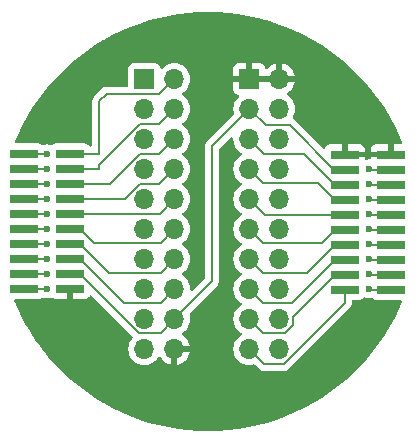
<source format=gbr>
%TF.GenerationSoftware,KiCad,Pcbnew,8.0.8*%
%TF.CreationDate,2025-01-18T10:05:32+01:00*%
%TF.ProjectId,RP2040-LCD-1_28,52503230-3430-42d4-9c43-442d312c3238,rev?*%
%TF.SameCoordinates,Original*%
%TF.FileFunction,Copper,L2,Bot*%
%TF.FilePolarity,Positive*%
%FSLAX46Y46*%
G04 Gerber Fmt 4.6, Leading zero omitted, Abs format (unit mm)*
G04 Created by KiCad (PCBNEW 8.0.8) date 2025-01-18 10:05:32*
%MOMM*%
%LPD*%
G01*
G04 APERTURE LIST*
%TA.AperFunction,ComponentPad*%
%ADD10O,1.700000X1.700000*%
%TD*%
%TA.AperFunction,ComponentPad*%
%ADD11R,1.700000X1.700000*%
%TD*%
%TA.AperFunction,SMDPad,CuDef*%
%ADD12R,2.400000X0.740000*%
%TD*%
%TA.AperFunction,ViaPad*%
%ADD13C,0.600000*%
%TD*%
%TA.AperFunction,Conductor*%
%ADD14C,0.200000*%
%TD*%
G04 APERTURE END LIST*
D10*
%TO.P,J4,20,Pin_20*%
%TO.N,GP24{slash}IMU_INT2*%
X159512800Y-102532200D03*
%TO.P,J4,19,Pin_19*%
%TO.N,GP16*%
X156972800Y-102532200D03*
%TO.P,J4,18,Pin_18*%
%TO.N,GP25{slash}LCD_BL*%
X159512800Y-99992200D03*
%TO.P,J4,17,Pin_17*%
%TO.N,GP17*%
X156972800Y-99992200D03*
%TO.P,J4,16,Pin_16*%
%TO.N,GP26*%
X159512800Y-97452200D03*
%TO.P,J4,15,Pin_15*%
%TO.N,GP18*%
X156972800Y-97452200D03*
%TO.P,J4,14,Pin_14*%
%TO.N,GP27*%
X159512800Y-94912200D03*
%TO.P,J4,13,Pin_13*%
%TO.N,GP19*%
X156972800Y-94912200D03*
%TO.P,J4,12,Pin_12*%
%TO.N,GP28*%
X159512800Y-92372200D03*
%TO.P,J4,11,Pin_11*%
%TO.N,GP20*%
X156972800Y-92372200D03*
%TO.P,J4,10,Pin_10*%
%TO.N,GP29{slash}BAT_ADC*%
X159512800Y-89832200D03*
%TO.P,J4,9,Pin_9*%
%TO.N,GP21*%
X156972800Y-89832200D03*
%TO.P,J4,8,Pin_8*%
%TO.N,RUN*%
X159512800Y-87292200D03*
%TO.P,J4,7,Pin_7*%
%TO.N,GP22*%
X156972800Y-87292200D03*
%TO.P,J4,6,Pin_6*%
%TO.N,BOOT*%
X159512800Y-84752200D03*
%TO.P,J4,5,Pin_5*%
%TO.N,GP23{slash}IMU_INT1*%
X156972800Y-84752200D03*
%TO.P,J4,4,Pin_4*%
%TO.N,ADC_AVDD*%
X159512800Y-82212200D03*
%TO.P,J4,3,Pin_3*%
%TO.N,VSYS*%
X156972800Y-82212200D03*
%TO.P,J4,2,Pin_2*%
%TO.N,GND*%
X159512800Y-79672200D03*
D11*
%TO.P,J4,1,Pin_1*%
X156972800Y-79672200D03*
%TD*%
%TO.P,J3,1,Pin_1*%
%TO.N,GP8{slash}LCD_DC*%
X148082800Y-79672200D03*
D10*
%TO.P,J3,2,Pin_2*%
%TO.N,GP0*%
X150622800Y-79672200D03*
%TO.P,J3,3,Pin_3*%
%TO.N,GP9{slash}LCD_CS*%
X148082800Y-82212200D03*
%TO.P,J3,4,Pin_4*%
%TO.N,GP1*%
X150622800Y-82212200D03*
%TO.P,J3,5,Pin_5*%
%TO.N,GP10{slash}LCD_CLK*%
X148082800Y-84752200D03*
%TO.P,J3,6,Pin_6*%
%TO.N,GP2*%
X150622800Y-84752200D03*
%TO.P,J3,7,Pin_7*%
%TO.N,GP11{slash}LCD DIN*%
X148082800Y-87292200D03*
%TO.P,J3,8,Pin_8*%
%TO.N,GP3*%
X150622800Y-87292200D03*
%TO.P,J3,9,Pin_9*%
%TO.N,GP12{slash}LCD_RST*%
X148082800Y-89832200D03*
%TO.P,J3,10,Pin_10*%
%TO.N,GP4*%
X150622800Y-89832200D03*
%TO.P,J3,11,Pin_11*%
%TO.N,GP13*%
X148082800Y-92372200D03*
%TO.P,J3,12,Pin_12*%
%TO.N,GP5*%
X150622800Y-92372200D03*
%TO.P,J3,13,Pin_13*%
%TO.N,GP14*%
X148082800Y-94912200D03*
%TO.P,J3,14,Pin_14*%
%TO.N,GP6{slash}IMU_SDA*%
X150622800Y-94912200D03*
%TO.P,J3,15,Pin_15*%
%TO.N,GP15*%
X148082800Y-97452200D03*
%TO.P,J3,16,Pin_16*%
%TO.N,GP7{slash}IMU_SCL*%
X150622800Y-97452200D03*
%TO.P,J3,17,Pin_17*%
%TO.N,SWCLK*%
X148082800Y-99992200D03*
%TO.P,J3,18,Pin_18*%
%TO.N,VSYS*%
X150622800Y-99992200D03*
%TO.P,J3,19,Pin_19*%
%TO.N,SWDIO*%
X148082800Y-102532200D03*
%TO.P,J3,20,Pin_20*%
%TO.N,GND*%
X150622800Y-102532200D03*
%TD*%
D12*
%TO.P,J2,1,Pin_1*%
%TO.N,GP24{slash}IMU_INT2*%
X168950000Y-97500000D03*
%TO.P,J2,2,Pin_2*%
%TO.N,GP16*%
X165050000Y-97500000D03*
%TO.P,J2,3,Pin_3*%
%TO.N,GP25{slash}LCD_BL*%
X168950000Y-96230000D03*
%TO.P,J2,4,Pin_4*%
%TO.N,GP17*%
X165050000Y-96230000D03*
%TO.P,J2,5,Pin_5*%
%TO.N,GP26*%
X168950000Y-94960000D03*
%TO.P,J2,6,Pin_6*%
%TO.N,GP18*%
X165050000Y-94960000D03*
%TO.P,J2,7,Pin_7*%
%TO.N,GP27*%
X168950000Y-93690000D03*
%TO.P,J2,8,Pin_8*%
%TO.N,GP19*%
X165050000Y-93690000D03*
%TO.P,J2,9,Pin_9*%
%TO.N,GP28*%
X168950000Y-92420000D03*
%TO.P,J2,10,Pin_10*%
%TO.N,GP20*%
X165050000Y-92420000D03*
%TO.P,J2,11,Pin_11*%
%TO.N,GP29{slash}BAT_ADC*%
X168950000Y-91150000D03*
%TO.P,J2,12,Pin_12*%
%TO.N,GP21*%
X165050000Y-91150000D03*
%TO.P,J2,13,Pin_13*%
%TO.N,RUN*%
X168950000Y-89880000D03*
%TO.P,J2,14,Pin_14*%
%TO.N,GP22*%
X165050000Y-89880000D03*
%TO.P,J2,15,Pin_15*%
%TO.N,BOOT*%
X168950000Y-88610000D03*
%TO.P,J2,16,Pin_16*%
%TO.N,GP23{slash}IMU_INT1*%
X165050000Y-88610000D03*
%TO.P,J2,17,Pin_17*%
%TO.N,ADC_AVDD*%
X168950000Y-87340000D03*
%TO.P,J2,18,Pin_18*%
%TO.N,VSYS*%
X165050000Y-87340000D03*
%TO.P,J2,19,Pin_19*%
%TO.N,GND*%
X168950000Y-86070000D03*
%TO.P,J2,20,Pin_20*%
X165050000Y-86070000D03*
%TD*%
%TO.P,J1,1,Pin_1*%
%TO.N,GP8{slash}LCD_DC*%
X137900000Y-86000000D03*
%TO.P,J1,2,Pin_2*%
%TO.N,GP0*%
X141800000Y-86000000D03*
%TO.P,J1,3,Pin_3*%
%TO.N,GP9{slash}LCD_CS*%
X137900000Y-87270000D03*
%TO.P,J1,4,Pin_4*%
%TO.N,GP1*%
X141800000Y-87270000D03*
%TO.P,J1,5,Pin_5*%
%TO.N,GP10{slash}LCD_CLK*%
X137900000Y-88540000D03*
%TO.P,J1,6,Pin_6*%
%TO.N,GP2*%
X141800000Y-88540000D03*
%TO.P,J1,7,Pin_7*%
%TO.N,GP11{slash}LCD DIN*%
X137900000Y-89810000D03*
%TO.P,J1,8,Pin_8*%
%TO.N,GP3*%
X141800000Y-89810000D03*
%TO.P,J1,9,Pin_9*%
%TO.N,GP12{slash}LCD_RST*%
X137900000Y-91080000D03*
%TO.P,J1,10,Pin_10*%
%TO.N,GP4*%
X141800000Y-91080000D03*
%TO.P,J1,11,Pin_11*%
%TO.N,GP13*%
X137900000Y-92350000D03*
%TO.P,J1,12,Pin_12*%
%TO.N,GP5*%
X141800000Y-92350000D03*
%TO.P,J1,13,Pin_13*%
%TO.N,GP14*%
X137900000Y-93620000D03*
%TO.P,J1,14,Pin_14*%
%TO.N,GP6{slash}IMU_SDA*%
X141800000Y-93620000D03*
%TO.P,J1,15,Pin_15*%
%TO.N,GP15*%
X137900000Y-94890000D03*
%TO.P,J1,16,Pin_16*%
%TO.N,GP7{slash}IMU_SCL*%
X141800000Y-94890000D03*
%TO.P,J1,17,Pin_17*%
%TO.N,SWCLK*%
X137900000Y-96160000D03*
%TO.P,J1,18,Pin_18*%
%TO.N,VSYS*%
X141800000Y-96160000D03*
%TO.P,J1,19,Pin_19*%
%TO.N,SWDIO*%
X137900000Y-97430000D03*
%TO.P,J1,20,Pin_20*%
%TO.N,GND*%
X141800000Y-97430000D03*
%TD*%
D13*
%TO.N,GND*%
X153797800Y-107612200D03*
X153797800Y-76497200D03*
X163957800Y-103167200D03*
X142367800Y-103167200D03*
X141732800Y-80942200D03*
X163957800Y-80942200D03*
%TO.N,GP24{slash}IMU_INT2*%
X167132800Y-97452200D03*
%TO.N,GP25{slash}LCD_BL*%
X167132800Y-96182200D03*
%TO.N,GP26*%
X167132800Y-94912200D03*
%TO.N,GP27*%
X167132800Y-93642200D03*
%TO.N,GP28*%
X167132800Y-92372200D03*
%TO.N,GP29{slash}BAT_ADC*%
X167132800Y-91102200D03*
%TO.N,RUN*%
X167132800Y-89832200D03*
%TO.N,BOOT*%
X167132800Y-88562200D03*
%TO.N,ADC_AVDD*%
X167132800Y-87292200D03*
%TO.N,SWDIO*%
X139827800Y-97452200D03*
%TO.N,SWCLK*%
X139827800Y-96182200D03*
%TO.N,GP15*%
X139827800Y-94912200D03*
%TO.N,GP14*%
X139827800Y-93642200D03*
%TO.N,GP13*%
X139827800Y-92372200D03*
%TO.N,GP12{slash}LCD_RST*%
X139827800Y-91102200D03*
%TO.N,GP11{slash}LCD DIN*%
X139827800Y-89832200D03*
%TO.N,GP10{slash}LCD_CLK*%
X139827800Y-88562200D03*
%TO.N,GP9{slash}LCD_CS*%
X139827800Y-87292200D03*
%TO.N,GP8{slash}LCD_DC*%
X139827800Y-86022200D03*
%TD*%
D14*
%TO.N,GP24{slash}IMU_INT2*%
X167180600Y-97500000D02*
X167132800Y-97452200D01*
X168950000Y-97500000D02*
X167180600Y-97500000D01*
%TO.N,GP25{slash}LCD_BL*%
X167180600Y-96230000D02*
X167132800Y-96182200D01*
X168950000Y-96230000D02*
X167180600Y-96230000D01*
%TO.N,GP26*%
X167180600Y-94960000D02*
X167132800Y-94912200D01*
X168950000Y-94960000D02*
X167180600Y-94960000D01*
%TO.N,GP27*%
X167180600Y-93690000D02*
X167132800Y-93642200D01*
X168950000Y-93690000D02*
X167180600Y-93690000D01*
%TO.N,GP28*%
X167180600Y-92420000D02*
X167132800Y-92372200D01*
X168950000Y-92420000D02*
X167180600Y-92420000D01*
%TO.N,GP29{slash}BAT_ADC*%
X167180600Y-91150000D02*
X167132800Y-91102200D01*
X168950000Y-91150000D02*
X167180600Y-91150000D01*
%TO.N,RUN*%
X167180600Y-89880000D02*
X167132800Y-89832200D01*
X168950000Y-89880000D02*
X167180600Y-89880000D01*
%TO.N,BOOT*%
X167180600Y-88610000D02*
X167132800Y-88562200D01*
X168950000Y-88610000D02*
X167180600Y-88610000D01*
%TO.N,ADC_AVDD*%
X167180600Y-87340000D02*
X167132800Y-87292200D01*
X168950000Y-87340000D02*
X167180600Y-87340000D01*
%TO.N,SWDIO*%
X139805600Y-97430000D02*
X139827800Y-97452200D01*
X137900000Y-97430000D02*
X139805600Y-97430000D01*
%TO.N,SWCLK*%
X139805600Y-96160000D02*
X139827800Y-96182200D01*
X137900000Y-96160000D02*
X139805600Y-96160000D01*
%TO.N,GP15*%
X139805600Y-94890000D02*
X139827800Y-94912200D01*
X137900000Y-94890000D02*
X139805600Y-94890000D01*
%TO.N,GP14*%
X139805600Y-93620000D02*
X139827800Y-93642200D01*
X137900000Y-93620000D02*
X139805600Y-93620000D01*
%TO.N,GP13*%
X139805600Y-92350000D02*
X139827800Y-92372200D01*
X137900000Y-92350000D02*
X139805600Y-92350000D01*
%TO.N,GP12{slash}LCD_RST*%
X139805600Y-91080000D02*
X139827800Y-91102200D01*
X137900000Y-91080000D02*
X139805600Y-91080000D01*
%TO.N,GP11{slash}LCD DIN*%
X139805600Y-89810000D02*
X139827800Y-89832200D01*
X137900000Y-89810000D02*
X139805600Y-89810000D01*
%TO.N,GP10{slash}LCD_CLK*%
X139805600Y-88540000D02*
X139827800Y-88562200D01*
X137900000Y-88540000D02*
X139805600Y-88540000D01*
%TO.N,GP9{slash}LCD_CS*%
X139805600Y-87270000D02*
X139827800Y-87292200D01*
X137900000Y-87270000D02*
X139805600Y-87270000D01*
%TO.N,GP8{slash}LCD_DC*%
X139805600Y-86000000D02*
X139827800Y-86022200D01*
X137900000Y-86000000D02*
X139805600Y-86000000D01*
%TO.N,GP16*%
X158242800Y-103802200D02*
X156972800Y-102532200D01*
X159869146Y-103802200D02*
X158242800Y-103802200D01*
X165050000Y-98621346D02*
X159869146Y-103802200D01*
X165050000Y-97500000D02*
X165050000Y-98621346D01*
%TO.N,GP17*%
X158122800Y-101142200D02*
X156972800Y-99992200D01*
X160662800Y-99787200D02*
X160662800Y-100468546D01*
X160662800Y-100468546D02*
X159989146Y-101142200D01*
X164220000Y-96230000D02*
X160662800Y-99787200D01*
X165050000Y-96230000D02*
X164220000Y-96230000D01*
X159989146Y-101142200D02*
X158122800Y-101142200D01*
%TO.N,GP18*%
X160577800Y-98602200D02*
X158122800Y-98602200D01*
X158122800Y-98602200D02*
X156972800Y-97452200D01*
X164220000Y-94960000D02*
X160577800Y-98602200D01*
X165050000Y-94960000D02*
X164220000Y-94960000D01*
%TO.N,GP19*%
X158122800Y-96062200D02*
X156972800Y-94912200D01*
X161847800Y-96062200D02*
X158122800Y-96062200D01*
X164220000Y-93690000D02*
X161847800Y-96062200D01*
X165050000Y-93690000D02*
X164220000Y-93690000D01*
%TO.N,GP20*%
X163117800Y-93522200D02*
X158122800Y-93522200D01*
X164220000Y-92420000D02*
X163117800Y-93522200D01*
X165050000Y-92420000D02*
X164220000Y-92420000D01*
X158122800Y-93522200D02*
X156972800Y-92372200D01*
%TO.N,GP21*%
X158290600Y-91150000D02*
X156972800Y-89832200D01*
X165050000Y-91150000D02*
X158290600Y-91150000D01*
%TO.N,GP22*%
X158122800Y-88442200D02*
X156972800Y-87292200D01*
X164220000Y-89880000D02*
X162782200Y-88442200D01*
X162782200Y-88442200D02*
X158122800Y-88442200D01*
X165050000Y-89880000D02*
X164220000Y-89880000D01*
%TO.N,GP23{slash}IMU_INT1*%
X161632200Y-86022200D02*
X158242800Y-86022200D01*
X164220000Y-88610000D02*
X161632200Y-86022200D01*
X158242800Y-86022200D02*
X156972800Y-84752200D01*
X165050000Y-88610000D02*
X164220000Y-88610000D01*
%TO.N,VSYS*%
X158362800Y-83602200D02*
X156972800Y-82212200D01*
X160412200Y-83602200D02*
X158362800Y-83602200D01*
X165050000Y-87340000D02*
X164150000Y-87340000D01*
X164150000Y-87340000D02*
X160412200Y-83602200D01*
X153797800Y-96817200D02*
X153797800Y-85387200D01*
X150622800Y-99992200D02*
X153797800Y-96817200D01*
X153797800Y-85387200D02*
X156972800Y-82212200D01*
X147606454Y-101142200D02*
X149472800Y-101142200D01*
X142630000Y-96160000D02*
X142630000Y-96165746D01*
X142630000Y-96165746D02*
X147606454Y-101142200D01*
X141800000Y-96160000D02*
X142630000Y-96160000D01*
X149472800Y-101142200D02*
X150622800Y-99992200D01*
%TO.N,GP7{slash}IMU_SCL*%
X149472800Y-98602200D02*
X150622800Y-97452200D01*
X146342200Y-98602200D02*
X149472800Y-98602200D01*
X142630000Y-94890000D02*
X146342200Y-98602200D01*
X141800000Y-94890000D02*
X142630000Y-94890000D01*
%TO.N,GP6{slash}IMU_SDA*%
X149472800Y-96062200D02*
X150622800Y-94912200D01*
X145072200Y-96062200D02*
X149472800Y-96062200D01*
X142630000Y-93620000D02*
X145072200Y-96062200D01*
X141800000Y-93620000D02*
X142630000Y-93620000D01*
%TO.N,GP5*%
X149472800Y-93522200D02*
X150622800Y-92372200D01*
X143802200Y-93522200D02*
X149472800Y-93522200D01*
X141800000Y-92350000D02*
X142630000Y-92350000D01*
X142630000Y-92350000D02*
X143802200Y-93522200D01*
%TO.N,GP4*%
X149375000Y-91080000D02*
X150622800Y-89832200D01*
X141800000Y-91080000D02*
X149375000Y-91080000D01*
%TO.N,GP3*%
X149352800Y-88562200D02*
X150622800Y-87292200D01*
X147726454Y-88562200D02*
X149352800Y-88562200D01*
X146478654Y-89810000D02*
X147726454Y-88562200D01*
X141800000Y-89810000D02*
X146478654Y-89810000D01*
%TO.N,GP2*%
X147726454Y-86022200D02*
X149352800Y-86022200D01*
X145208654Y-88540000D02*
X147726454Y-86022200D01*
X141800000Y-88540000D02*
X145208654Y-88540000D01*
X149352800Y-86022200D02*
X150622800Y-84752200D01*
%TO.N,GP1*%
X147726454Y-83482200D02*
X149352800Y-83482200D01*
X144272800Y-86935854D02*
X147726454Y-83482200D01*
X144272800Y-87292200D02*
X144272800Y-86935854D01*
X144250600Y-87270000D02*
X144272800Y-87292200D01*
X149352800Y-83482200D02*
X150622800Y-82212200D01*
X141800000Y-87270000D02*
X144250600Y-87270000D01*
%TO.N,GP0*%
X144907800Y-80942200D02*
X149352800Y-80942200D01*
X144272800Y-81577200D02*
X144907800Y-80942200D01*
X144272800Y-86022200D02*
X144272800Y-81577200D01*
X149352800Y-80942200D02*
X150622800Y-79672200D01*
X144250600Y-86000000D02*
X144272800Y-86022200D01*
X141800000Y-86000000D02*
X144250600Y-86000000D01*
%TD*%
%TA.AperFunction,Conductor*%
%TO.N,GND*%
G36*
X155539383Y-84597365D02*
G01*
X155595316Y-84639237D01*
X155619733Y-84704701D01*
X155619577Y-84724354D01*
X155617141Y-84752197D01*
X155617141Y-84752200D01*
X155637736Y-84987603D01*
X155637738Y-84987613D01*
X155698894Y-85215855D01*
X155698896Y-85215859D01*
X155698897Y-85215863D01*
X155761358Y-85349811D01*
X155798765Y-85430030D01*
X155798767Y-85430034D01*
X155934301Y-85623595D01*
X155934306Y-85623602D01*
X156101397Y-85790693D01*
X156101403Y-85790698D01*
X156286958Y-85920625D01*
X156330583Y-85975202D01*
X156337777Y-86044700D01*
X156306254Y-86107055D01*
X156286958Y-86123775D01*
X156101397Y-86253705D01*
X155934305Y-86420797D01*
X155798765Y-86614369D01*
X155798764Y-86614371D01*
X155698898Y-86828535D01*
X155698894Y-86828544D01*
X155637738Y-87056786D01*
X155637736Y-87056796D01*
X155617141Y-87292199D01*
X155617141Y-87292200D01*
X155637736Y-87527603D01*
X155637738Y-87527613D01*
X155698894Y-87755855D01*
X155698896Y-87755859D01*
X155698897Y-87755863D01*
X155754534Y-87875176D01*
X155798765Y-87970030D01*
X155798767Y-87970034D01*
X155863525Y-88062517D01*
X155926456Y-88152392D01*
X155934301Y-88163595D01*
X155934306Y-88163602D01*
X156101397Y-88330693D01*
X156101403Y-88330698D01*
X156286958Y-88460625D01*
X156330583Y-88515202D01*
X156337777Y-88584700D01*
X156306254Y-88647055D01*
X156286958Y-88663775D01*
X156101397Y-88793705D01*
X155934305Y-88960797D01*
X155798765Y-89154369D01*
X155798764Y-89154371D01*
X155698898Y-89368535D01*
X155698894Y-89368544D01*
X155637738Y-89596786D01*
X155637736Y-89596796D01*
X155617141Y-89832199D01*
X155617141Y-89832200D01*
X155637736Y-90067603D01*
X155637738Y-90067613D01*
X155698894Y-90295855D01*
X155698896Y-90295859D01*
X155698897Y-90295863D01*
X155788792Y-90488642D01*
X155798765Y-90510030D01*
X155798767Y-90510034D01*
X155934301Y-90703595D01*
X155934306Y-90703602D01*
X156101397Y-90870693D01*
X156101403Y-90870698D01*
X156286958Y-91000625D01*
X156330583Y-91055202D01*
X156337777Y-91124700D01*
X156306254Y-91187055D01*
X156286958Y-91203775D01*
X156101397Y-91333705D01*
X155934305Y-91500797D01*
X155798765Y-91694369D01*
X155798764Y-91694371D01*
X155698898Y-91908535D01*
X155698894Y-91908544D01*
X155637738Y-92136786D01*
X155637736Y-92136796D01*
X155617141Y-92372199D01*
X155617141Y-92372200D01*
X155637736Y-92607603D01*
X155637738Y-92607613D01*
X155698894Y-92835855D01*
X155698896Y-92835859D01*
X155698897Y-92835863D01*
X155788792Y-93028642D01*
X155798765Y-93050030D01*
X155798767Y-93050034D01*
X155934301Y-93243595D01*
X155934306Y-93243602D01*
X156101397Y-93410693D01*
X156101403Y-93410698D01*
X156286958Y-93540625D01*
X156330583Y-93595202D01*
X156337777Y-93664700D01*
X156306254Y-93727055D01*
X156286958Y-93743775D01*
X156101397Y-93873705D01*
X155934305Y-94040797D01*
X155798765Y-94234369D01*
X155798764Y-94234371D01*
X155698898Y-94448535D01*
X155698894Y-94448544D01*
X155637738Y-94676786D01*
X155637736Y-94676796D01*
X155617141Y-94912199D01*
X155617141Y-94912200D01*
X155637736Y-95147603D01*
X155637738Y-95147613D01*
X155698894Y-95375855D01*
X155698896Y-95375859D01*
X155698897Y-95375863D01*
X155737602Y-95458866D01*
X155798765Y-95590030D01*
X155798767Y-95590034D01*
X155934301Y-95783595D01*
X155934306Y-95783602D01*
X156101397Y-95950693D01*
X156101403Y-95950698D01*
X156286958Y-96080625D01*
X156330583Y-96135202D01*
X156337777Y-96204700D01*
X156306254Y-96267055D01*
X156286958Y-96283775D01*
X156101397Y-96413705D01*
X155934305Y-96580797D01*
X155798765Y-96774369D01*
X155798764Y-96774371D01*
X155698898Y-96988535D01*
X155698894Y-96988544D01*
X155637738Y-97216786D01*
X155637736Y-97216796D01*
X155617141Y-97452199D01*
X155617141Y-97452200D01*
X155637736Y-97687603D01*
X155637738Y-97687613D01*
X155698894Y-97915855D01*
X155698896Y-97915859D01*
X155698897Y-97915863D01*
X155754447Y-98034989D01*
X155798765Y-98130030D01*
X155798767Y-98130034D01*
X155886131Y-98254802D01*
X155927439Y-98313796D01*
X155934301Y-98323595D01*
X155934306Y-98323602D01*
X156101397Y-98490693D01*
X156101403Y-98490698D01*
X156286958Y-98620625D01*
X156330583Y-98675202D01*
X156337777Y-98744700D01*
X156306254Y-98807055D01*
X156286958Y-98823775D01*
X156101397Y-98953705D01*
X155934305Y-99120797D01*
X155798765Y-99314369D01*
X155798764Y-99314371D01*
X155698898Y-99528535D01*
X155698894Y-99528544D01*
X155637738Y-99756786D01*
X155637736Y-99756796D01*
X155617141Y-99992199D01*
X155617141Y-99992200D01*
X155637736Y-100227603D01*
X155637738Y-100227613D01*
X155698894Y-100455855D01*
X155698896Y-100455859D01*
X155698897Y-100455863D01*
X155741676Y-100547603D01*
X155798765Y-100670030D01*
X155798767Y-100670034D01*
X155934301Y-100863595D01*
X155934306Y-100863602D01*
X156101397Y-101030693D01*
X156101403Y-101030698D01*
X156286958Y-101160625D01*
X156330583Y-101215202D01*
X156337777Y-101284700D01*
X156306254Y-101347055D01*
X156286958Y-101363775D01*
X156101397Y-101493705D01*
X155934305Y-101660797D01*
X155798765Y-101854369D01*
X155798764Y-101854371D01*
X155698898Y-102068535D01*
X155698894Y-102068544D01*
X155637738Y-102296786D01*
X155637736Y-102296796D01*
X155617141Y-102532199D01*
X155617141Y-102532200D01*
X155637736Y-102767603D01*
X155637738Y-102767613D01*
X155698894Y-102995855D01*
X155698896Y-102995859D01*
X155698897Y-102995863D01*
X155781955Y-103173981D01*
X155798765Y-103210030D01*
X155798767Y-103210034D01*
X155907081Y-103364721D01*
X155934305Y-103403601D01*
X156101399Y-103570695D01*
X156198184Y-103638465D01*
X156294965Y-103706232D01*
X156294967Y-103706233D01*
X156294970Y-103706235D01*
X156509137Y-103806103D01*
X156737392Y-103867263D01*
X156925718Y-103883739D01*
X156972799Y-103887859D01*
X156972800Y-103887859D01*
X156972801Y-103887859D01*
X157012034Y-103884426D01*
X157208208Y-103867263D01*
X157336557Y-103832872D01*
X157406406Y-103834535D01*
X157456331Y-103864966D01*
X157757939Y-104166574D01*
X157757949Y-104166585D01*
X157762279Y-104170915D01*
X157762280Y-104170916D01*
X157874084Y-104282720D01*
X157960895Y-104332839D01*
X157960897Y-104332841D01*
X158011013Y-104361776D01*
X158011015Y-104361777D01*
X158163742Y-104402700D01*
X158163743Y-104402700D01*
X159782477Y-104402700D01*
X159782493Y-104402701D01*
X159790089Y-104402701D01*
X159948200Y-104402701D01*
X159948203Y-104402701D01*
X160100931Y-104361777D01*
X160151050Y-104332839D01*
X160237862Y-104282720D01*
X160349666Y-104170916D01*
X160349666Y-104170914D01*
X160359874Y-104160707D01*
X160359876Y-104160704D01*
X165418713Y-99101867D01*
X165418716Y-99101866D01*
X165530520Y-98990062D01*
X165580639Y-98903250D01*
X165609577Y-98853131D01*
X165650501Y-98700403D01*
X165650501Y-98542289D01*
X165650501Y-98534694D01*
X165650500Y-98534676D01*
X165650500Y-98494499D01*
X165670185Y-98427460D01*
X165722989Y-98381705D01*
X165774500Y-98370499D01*
X166297871Y-98370499D01*
X166297872Y-98370499D01*
X166357483Y-98364091D01*
X166492331Y-98313796D01*
X166607546Y-98227546D01*
X166620512Y-98210225D01*
X166676443Y-98168355D01*
X166746134Y-98163369D01*
X166776597Y-98175807D01*
X166777002Y-98174967D01*
X166783274Y-98177987D01*
X166783278Y-98177989D01*
X166783281Y-98177990D01*
X166953537Y-98237566D01*
X166953543Y-98237567D01*
X166953545Y-98237568D01*
X166953546Y-98237568D01*
X166953550Y-98237569D01*
X167132796Y-98257765D01*
X167132800Y-98257765D01*
X167132804Y-98257765D01*
X167312047Y-98237569D01*
X167312047Y-98237568D01*
X167312055Y-98237568D01*
X167313595Y-98237028D01*
X167314655Y-98236974D01*
X167318837Y-98236020D01*
X167319004Y-98236752D01*
X167383370Y-98233464D01*
X167428863Y-98254802D01*
X167495550Y-98304724D01*
X167507668Y-98313795D01*
X167507671Y-98313797D01*
X167642517Y-98364091D01*
X167642516Y-98364091D01*
X167649444Y-98364835D01*
X167702127Y-98370500D01*
X169779937Y-98370499D01*
X169846976Y-98390184D01*
X169892731Y-98442987D01*
X169902675Y-98512146D01*
X169893925Y-98543312D01*
X169646678Y-99120687D01*
X169644227Y-99126055D01*
X169277670Y-99880645D01*
X169274965Y-99885891D01*
X168872931Y-100622161D01*
X168869980Y-100627272D01*
X168433364Y-101343586D01*
X168430173Y-101348551D01*
X167959970Y-102043275D01*
X167956547Y-102048082D01*
X167453827Y-102719637D01*
X167450179Y-102724277D01*
X166916052Y-103371179D01*
X166912187Y-103375639D01*
X166347896Y-103996379D01*
X166343823Y-104000650D01*
X165750650Y-104593823D01*
X165746379Y-104597896D01*
X165125639Y-105162187D01*
X165121179Y-105166052D01*
X164474277Y-105700179D01*
X164469637Y-105703827D01*
X163798082Y-106206547D01*
X163793275Y-106209970D01*
X163098551Y-106680173D01*
X163093586Y-106683364D01*
X162377272Y-107119980D01*
X162372161Y-107122931D01*
X161635891Y-107524965D01*
X161630645Y-107527670D01*
X160876055Y-107894227D01*
X160870687Y-107896678D01*
X160099546Y-108226900D01*
X160094067Y-108229094D01*
X159308048Y-108522264D01*
X159302470Y-108524194D01*
X158503427Y-108779620D01*
X158497764Y-108781283D01*
X157687448Y-108998406D01*
X157681713Y-108999797D01*
X156862001Y-109178115D01*
X156856206Y-109179232D01*
X156028928Y-109318346D01*
X156023086Y-109319186D01*
X155190127Y-109418778D01*
X155184252Y-109419339D01*
X154347503Y-109479185D01*
X154341608Y-109479466D01*
X153502951Y-109499429D01*
X153497049Y-109499429D01*
X152658391Y-109479466D01*
X152652496Y-109479185D01*
X151815747Y-109419339D01*
X151809872Y-109418778D01*
X150976913Y-109319186D01*
X150971071Y-109318346D01*
X150143793Y-109179232D01*
X150137998Y-109178115D01*
X149318286Y-108999797D01*
X149312551Y-108998406D01*
X148502235Y-108781283D01*
X148496572Y-108779620D01*
X147697529Y-108524194D01*
X147691951Y-108522264D01*
X146905932Y-108229094D01*
X146900453Y-108226900D01*
X146129312Y-107896678D01*
X146123944Y-107894227D01*
X145369354Y-107527670D01*
X145364108Y-107524965D01*
X144627838Y-107122931D01*
X144622727Y-107119980D01*
X143906413Y-106683364D01*
X143901448Y-106680173D01*
X143206724Y-106209970D01*
X143201917Y-106206547D01*
X142530362Y-105703827D01*
X142525722Y-105700179D01*
X141878820Y-105166052D01*
X141874360Y-105162187D01*
X141253620Y-104597896D01*
X141249349Y-104593823D01*
X140656176Y-104000650D01*
X140652103Y-103996379D01*
X140532640Y-103864966D01*
X140087811Y-103375638D01*
X140083947Y-103371179D01*
X139950683Y-103209778D01*
X139549813Y-102724269D01*
X139546172Y-102719637D01*
X139405858Y-102532200D01*
X139043448Y-102048077D01*
X139040029Y-102043275D01*
X139032533Y-102032200D01*
X138569822Y-101348545D01*
X138566635Y-101343586D01*
X138458534Y-101166235D01*
X138130014Y-100627264D01*
X138127068Y-100622161D01*
X138086356Y-100547603D01*
X137725031Y-99885885D01*
X137722329Y-99880645D01*
X137452774Y-99325742D01*
X137355766Y-99126043D01*
X137353321Y-99120687D01*
X137349634Y-99112078D01*
X137122719Y-98582180D01*
X137076099Y-98473312D01*
X137067804Y-98403936D01*
X137098333Y-98341089D01*
X137157993Y-98304724D01*
X137190087Y-98300499D01*
X139147871Y-98300499D01*
X139147872Y-98300499D01*
X139207483Y-98294091D01*
X139208810Y-98293596D01*
X139342329Y-98243797D01*
X139342329Y-98243796D01*
X139342331Y-98243796D01*
X139392643Y-98206131D01*
X139458106Y-98181714D01*
X139507906Y-98188356D01*
X139570409Y-98210227D01*
X139648540Y-98237567D01*
X139648550Y-98237569D01*
X139827796Y-98257765D01*
X139827800Y-98257765D01*
X139827804Y-98257765D01*
X140007049Y-98237569D01*
X140007052Y-98237568D01*
X140007055Y-98237568D01*
X140007056Y-98237567D01*
X140007059Y-98237567D01*
X140085191Y-98210227D01*
X140177322Y-98177989D01*
X140177325Y-98177986D01*
X140178514Y-98177571D01*
X140248293Y-98174008D01*
X140293781Y-98195345D01*
X140357911Y-98243353D01*
X140357913Y-98243354D01*
X140492620Y-98293596D01*
X140492627Y-98293598D01*
X140552155Y-98299999D01*
X140552172Y-98300000D01*
X141550000Y-98300000D01*
X141550000Y-97554000D01*
X141569685Y-97486961D01*
X141622489Y-97441206D01*
X141674000Y-97430000D01*
X141926000Y-97430000D01*
X141993039Y-97449685D01*
X142038794Y-97502489D01*
X142050000Y-97554000D01*
X142050000Y-98300000D01*
X143047828Y-98300000D01*
X143047844Y-98299999D01*
X143107372Y-98293598D01*
X143107379Y-98293596D01*
X143242086Y-98243354D01*
X143242093Y-98243350D01*
X143357187Y-98157190D01*
X143357190Y-98157187D01*
X143448669Y-98034989D01*
X143451562Y-98037155D01*
X143488681Y-97999908D01*
X143556928Y-97984939D01*
X143622434Y-98009243D01*
X143635976Y-98020957D01*
X147072379Y-101457360D01*
X147105864Y-101518683D01*
X147100880Y-101588375D01*
X147072382Y-101632719D01*
X147044306Y-101660796D01*
X146908765Y-101854369D01*
X146908764Y-101854371D01*
X146808898Y-102068535D01*
X146808894Y-102068544D01*
X146747738Y-102296786D01*
X146747736Y-102296796D01*
X146727141Y-102532199D01*
X146727141Y-102532200D01*
X146747736Y-102767603D01*
X146747738Y-102767613D01*
X146808894Y-102995855D01*
X146808896Y-102995859D01*
X146808897Y-102995863D01*
X146891955Y-103173981D01*
X146908765Y-103210030D01*
X146908767Y-103210034D01*
X147017081Y-103364721D01*
X147044305Y-103403601D01*
X147211399Y-103570695D01*
X147308184Y-103638465D01*
X147404965Y-103706232D01*
X147404967Y-103706233D01*
X147404970Y-103706235D01*
X147619137Y-103806103D01*
X147847392Y-103867263D01*
X148035718Y-103883739D01*
X148082799Y-103887859D01*
X148082800Y-103887859D01*
X148082801Y-103887859D01*
X148122034Y-103884426D01*
X148318208Y-103867263D01*
X148546463Y-103806103D01*
X148760630Y-103706235D01*
X148954201Y-103570695D01*
X149121295Y-103403601D01*
X149251530Y-103217605D01*
X149306107Y-103173981D01*
X149375605Y-103166787D01*
X149437960Y-103198310D01*
X149454679Y-103217605D01*
X149584690Y-103403278D01*
X149751717Y-103570305D01*
X149945221Y-103705800D01*
X150159307Y-103805629D01*
X150159316Y-103805633D01*
X150372800Y-103862834D01*
X150372800Y-102965212D01*
X150429807Y-102998125D01*
X150556974Y-103032200D01*
X150688626Y-103032200D01*
X150815793Y-102998125D01*
X150872800Y-102965212D01*
X150872800Y-103862833D01*
X151086283Y-103805633D01*
X151086292Y-103805629D01*
X151300378Y-103705800D01*
X151493882Y-103570305D01*
X151660905Y-103403282D01*
X151796400Y-103209778D01*
X151896229Y-102995692D01*
X151896232Y-102995686D01*
X151953436Y-102782200D01*
X151055812Y-102782200D01*
X151088725Y-102725193D01*
X151122800Y-102598026D01*
X151122800Y-102466374D01*
X151088725Y-102339207D01*
X151055812Y-102282200D01*
X151953436Y-102282200D01*
X151953435Y-102282199D01*
X151896232Y-102068713D01*
X151896229Y-102068707D01*
X151796400Y-101854622D01*
X151796399Y-101854620D01*
X151660913Y-101661126D01*
X151660908Y-101661120D01*
X151493878Y-101494090D01*
X151308205Y-101364079D01*
X151264580Y-101309502D01*
X151257388Y-101240004D01*
X151288910Y-101177649D01*
X151308206Y-101160930D01*
X151308642Y-101160625D01*
X151494201Y-101030695D01*
X151661295Y-100863601D01*
X151796835Y-100670030D01*
X151896703Y-100455863D01*
X151957863Y-100227608D01*
X151978459Y-99992200D01*
X151957863Y-99756792D01*
X151923471Y-99628439D01*
X151925134Y-99558593D01*
X151955563Y-99508670D01*
X154156306Y-97307928D01*
X154156311Y-97307924D01*
X154166514Y-97297720D01*
X154166516Y-97297720D01*
X154278320Y-97185916D01*
X154337459Y-97083484D01*
X154357377Y-97048985D01*
X154398300Y-96896257D01*
X154398300Y-96738143D01*
X154398300Y-85687296D01*
X154417985Y-85620257D01*
X154434614Y-85599620D01*
X155408368Y-84625865D01*
X155469691Y-84592381D01*
X155539383Y-84597365D01*
G37*
%TD.AperFunction*%
%TA.AperFunction,Conductor*%
G36*
X154341643Y-74020534D02*
G01*
X154347467Y-74020812D01*
X155184267Y-74080661D01*
X155190113Y-74081219D01*
X156023108Y-74180816D01*
X156028907Y-74181649D01*
X156856239Y-74320773D01*
X156861968Y-74321877D01*
X157681725Y-74500205D01*
X157687435Y-74501590D01*
X158278246Y-74659896D01*
X158497764Y-74718716D01*
X158503427Y-74720379D01*
X159302492Y-74975812D01*
X159308027Y-74977727D01*
X160094067Y-75270905D01*
X160099543Y-75273098D01*
X160870700Y-75603326D01*
X160876043Y-75605766D01*
X161283608Y-75803749D01*
X161630645Y-75972329D01*
X161635885Y-75975031D01*
X162372170Y-76377073D01*
X162377264Y-76380014D01*
X163093586Y-76816635D01*
X163098551Y-76819826D01*
X163793275Y-77290029D01*
X163798082Y-77293452D01*
X164469637Y-77796172D01*
X164474277Y-77799820D01*
X165121179Y-78333947D01*
X165125638Y-78337811D01*
X165616604Y-78784130D01*
X165746379Y-78902103D01*
X165750650Y-78906176D01*
X166343823Y-79499349D01*
X166347896Y-79503620D01*
X166912187Y-80124360D01*
X166916052Y-80128820D01*
X167044790Y-80284739D01*
X167396486Y-80710693D01*
X167450179Y-80775722D01*
X167453824Y-80780359D01*
X167651016Y-81043775D01*
X167956547Y-81451917D01*
X167959970Y-81456724D01*
X168430173Y-82151448D01*
X168433364Y-82156413D01*
X168869980Y-82872727D01*
X168872931Y-82877838D01*
X169274965Y-83614108D01*
X169277670Y-83619354D01*
X169644227Y-84373944D01*
X169646678Y-84379312D01*
X169920388Y-85018485D01*
X169924115Y-85027187D01*
X169932410Y-85096563D01*
X169901881Y-85159410D01*
X169842221Y-85195775D01*
X169810127Y-85200000D01*
X169200000Y-85200000D01*
X169200000Y-85946000D01*
X169180315Y-86013039D01*
X169127511Y-86058794D01*
X169076000Y-86070000D01*
X168950000Y-86070000D01*
X168950000Y-86196000D01*
X168930315Y-86263039D01*
X168877511Y-86308794D01*
X168826000Y-86320000D01*
X167250000Y-86320000D01*
X167250000Y-86362635D01*
X167230315Y-86429674D01*
X167177511Y-86475429D01*
X167139476Y-86483703D01*
X167139719Y-86485855D01*
X166953550Y-86506830D01*
X166953542Y-86506832D01*
X166914954Y-86520335D01*
X166845175Y-86523896D01*
X166784548Y-86489167D01*
X166752321Y-86427173D01*
X166750000Y-86403293D01*
X166750000Y-86320000D01*
X165174000Y-86320000D01*
X165106961Y-86300315D01*
X165061206Y-86247511D01*
X165050000Y-86196000D01*
X165050000Y-86070000D01*
X164924000Y-86070000D01*
X164856961Y-86050315D01*
X164811206Y-85997511D01*
X164800000Y-85946000D01*
X164800000Y-85820000D01*
X165300000Y-85820000D01*
X166750000Y-85820000D01*
X166750000Y-85652172D01*
X166749999Y-85652155D01*
X167250000Y-85652155D01*
X167250000Y-85820000D01*
X168700000Y-85820000D01*
X168700000Y-85200000D01*
X167702155Y-85200000D01*
X167642627Y-85206401D01*
X167642620Y-85206403D01*
X167507913Y-85256645D01*
X167507906Y-85256649D01*
X167392812Y-85342809D01*
X167392809Y-85342812D01*
X167306649Y-85457906D01*
X167306645Y-85457913D01*
X167256403Y-85592620D01*
X167256401Y-85592627D01*
X167250000Y-85652155D01*
X166749999Y-85652155D01*
X166743598Y-85592627D01*
X166743596Y-85592620D01*
X166693354Y-85457913D01*
X166693350Y-85457906D01*
X166607190Y-85342812D01*
X166607187Y-85342809D01*
X166492093Y-85256649D01*
X166492086Y-85256645D01*
X166357379Y-85206403D01*
X166357372Y-85206401D01*
X166297844Y-85200000D01*
X165300000Y-85200000D01*
X165300000Y-85820000D01*
X164800000Y-85820000D01*
X164800000Y-85200000D01*
X163802155Y-85200000D01*
X163742627Y-85206401D01*
X163742620Y-85206403D01*
X163607913Y-85256645D01*
X163607906Y-85256649D01*
X163492812Y-85342809D01*
X163492809Y-85342812D01*
X163406649Y-85457906D01*
X163406645Y-85457913D01*
X163395430Y-85487984D01*
X163353559Y-85543918D01*
X163288094Y-85568335D01*
X163219821Y-85553483D01*
X163191567Y-85532332D01*
X160899790Y-83240555D01*
X160899788Y-83240552D01*
X160780917Y-83121681D01*
X160780912Y-83121677D01*
X160715604Y-83083972D01*
X160667389Y-83033405D01*
X160654165Y-82964798D01*
X160676031Y-82905459D01*
X160686835Y-82890030D01*
X160786703Y-82675863D01*
X160847863Y-82447608D01*
X160868459Y-82212200D01*
X160847863Y-81976792D01*
X160786703Y-81748537D01*
X160686835Y-81534371D01*
X160681225Y-81526358D01*
X160551294Y-81340797D01*
X160384202Y-81173706D01*
X160384201Y-81173705D01*
X160198205Y-81043469D01*
X160154581Y-80988892D01*
X160147388Y-80919393D01*
X160178910Y-80857039D01*
X160198205Y-80840319D01*
X160383882Y-80710305D01*
X160550905Y-80543282D01*
X160686400Y-80349778D01*
X160786229Y-80135692D01*
X160786232Y-80135686D01*
X160843436Y-79922200D01*
X159945812Y-79922200D01*
X159978725Y-79865193D01*
X160012800Y-79738026D01*
X160012800Y-79606374D01*
X159978725Y-79479207D01*
X159945812Y-79422200D01*
X160843436Y-79422200D01*
X160843435Y-79422199D01*
X160786232Y-79208713D01*
X160786229Y-79208707D01*
X160686400Y-78994622D01*
X160686399Y-78994620D01*
X160550913Y-78801126D01*
X160550908Y-78801120D01*
X160383882Y-78634094D01*
X160190378Y-78498599D01*
X159976292Y-78398770D01*
X159976286Y-78398767D01*
X159762800Y-78341564D01*
X159762800Y-79239188D01*
X159705793Y-79206275D01*
X159578626Y-79172200D01*
X159446974Y-79172200D01*
X159319807Y-79206275D01*
X159262800Y-79239188D01*
X159262800Y-78341564D01*
X159262799Y-78341564D01*
X159049313Y-78398767D01*
X159049307Y-78398770D01*
X158835222Y-78498599D01*
X158835220Y-78498600D01*
X158641726Y-78634086D01*
X158519277Y-78756535D01*
X158457954Y-78790019D01*
X158388262Y-78785035D01*
X158332329Y-78743163D01*
X158315414Y-78712186D01*
X158266154Y-78580113D01*
X158266150Y-78580106D01*
X158179990Y-78465012D01*
X158179987Y-78465009D01*
X158064893Y-78378849D01*
X158064886Y-78378845D01*
X157930179Y-78328603D01*
X157930172Y-78328601D01*
X157870644Y-78322200D01*
X157222800Y-78322200D01*
X157222800Y-79239188D01*
X157165793Y-79206275D01*
X157038626Y-79172200D01*
X156906974Y-79172200D01*
X156779807Y-79206275D01*
X156722800Y-79239188D01*
X156722800Y-78322200D01*
X156074955Y-78322200D01*
X156015427Y-78328601D01*
X156015420Y-78328603D01*
X155880713Y-78378845D01*
X155880706Y-78378849D01*
X155765612Y-78465009D01*
X155765609Y-78465012D01*
X155679449Y-78580106D01*
X155679445Y-78580113D01*
X155629203Y-78714820D01*
X155629201Y-78714827D01*
X155622800Y-78774355D01*
X155622800Y-79422200D01*
X156539788Y-79422200D01*
X156506875Y-79479207D01*
X156472800Y-79606374D01*
X156472800Y-79738026D01*
X156506875Y-79865193D01*
X156539788Y-79922200D01*
X155622800Y-79922200D01*
X155622800Y-80570044D01*
X155629201Y-80629572D01*
X155629203Y-80629579D01*
X155679445Y-80764286D01*
X155679449Y-80764293D01*
X155765609Y-80879387D01*
X155765612Y-80879390D01*
X155880706Y-80965550D01*
X155880713Y-80965554D01*
X156012270Y-81014621D01*
X156068203Y-81056492D01*
X156092621Y-81121956D01*
X156077770Y-81190229D01*
X156056619Y-81218484D01*
X155934303Y-81340800D01*
X155798765Y-81534369D01*
X155798764Y-81534371D01*
X155698898Y-81748535D01*
X155698894Y-81748544D01*
X155637738Y-81976786D01*
X155637736Y-81976796D01*
X155617141Y-82212199D01*
X155617141Y-82212200D01*
X155637736Y-82447603D01*
X155637738Y-82447613D01*
X155672127Y-82575956D01*
X155670464Y-82645806D01*
X155640033Y-82695730D01*
X153429086Y-84906678D01*
X153317281Y-85018482D01*
X153317280Y-85018484D01*
X153272202Y-85096563D01*
X153267161Y-85105294D01*
X153267159Y-85105296D01*
X153238225Y-85155409D01*
X153238224Y-85155410D01*
X153229973Y-85186204D01*
X153197299Y-85308143D01*
X153197299Y-85308145D01*
X153197299Y-85476246D01*
X153197300Y-85476259D01*
X153197300Y-96517102D01*
X153177615Y-96584141D01*
X153160981Y-96604783D01*
X152187232Y-97578532D01*
X152125909Y-97612017D01*
X152056217Y-97607033D01*
X152000284Y-97565161D01*
X151975867Y-97499697D01*
X151976023Y-97480043D01*
X151978459Y-97452200D01*
X151978459Y-97452199D01*
X151974339Y-97405118D01*
X151957863Y-97216792D01*
X151896703Y-96988537D01*
X151796835Y-96774371D01*
X151775126Y-96743366D01*
X151661294Y-96580797D01*
X151494202Y-96413706D01*
X151494196Y-96413701D01*
X151308642Y-96283775D01*
X151265017Y-96229198D01*
X151257823Y-96159700D01*
X151289346Y-96097345D01*
X151308642Y-96080625D01*
X151360829Y-96044083D01*
X151494201Y-95950695D01*
X151661295Y-95783601D01*
X151796835Y-95590030D01*
X151896703Y-95375863D01*
X151957863Y-95147608D01*
X151978459Y-94912200D01*
X151957863Y-94676792D01*
X151896703Y-94448537D01*
X151796835Y-94234371D01*
X151775126Y-94203366D01*
X151661294Y-94040797D01*
X151494202Y-93873706D01*
X151494196Y-93873701D01*
X151308642Y-93743775D01*
X151265017Y-93689198D01*
X151257823Y-93619700D01*
X151289346Y-93557345D01*
X151308642Y-93540625D01*
X151394452Y-93480540D01*
X151494201Y-93410695D01*
X151661295Y-93243601D01*
X151796835Y-93050030D01*
X151896703Y-92835863D01*
X151957863Y-92607608D01*
X151978459Y-92372200D01*
X151976189Y-92346260D01*
X151957863Y-92136796D01*
X151957863Y-92136792D01*
X151896703Y-91908537D01*
X151796835Y-91694371D01*
X151789107Y-91683333D01*
X151661294Y-91500797D01*
X151494202Y-91333706D01*
X151494196Y-91333701D01*
X151308642Y-91203775D01*
X151265017Y-91149198D01*
X151257823Y-91079700D01*
X151289346Y-91017345D01*
X151308642Y-91000625D01*
X151330826Y-90985091D01*
X151494201Y-90870695D01*
X151661295Y-90703601D01*
X151796835Y-90510030D01*
X151896703Y-90295863D01*
X151957863Y-90067608D01*
X151978459Y-89832200D01*
X151957863Y-89596792D01*
X151896703Y-89368537D01*
X151796835Y-89154371D01*
X151787124Y-89140501D01*
X151661294Y-88960797D01*
X151494202Y-88793706D01*
X151494196Y-88793701D01*
X151308642Y-88663775D01*
X151265017Y-88609198D01*
X151257823Y-88539700D01*
X151289346Y-88477345D01*
X151308642Y-88460625D01*
X151330826Y-88445091D01*
X151494201Y-88330695D01*
X151661295Y-88163601D01*
X151796835Y-87970030D01*
X151896703Y-87755863D01*
X151957863Y-87527608D01*
X151978459Y-87292200D01*
X151957863Y-87056792D01*
X151896703Y-86828537D01*
X151796835Y-86614371D01*
X151787123Y-86600500D01*
X151661294Y-86420797D01*
X151494202Y-86253706D01*
X151494196Y-86253701D01*
X151308642Y-86123775D01*
X151265017Y-86069198D01*
X151257823Y-85999700D01*
X151289346Y-85937345D01*
X151308642Y-85920625D01*
X151330826Y-85905091D01*
X151494201Y-85790695D01*
X151661295Y-85623601D01*
X151796835Y-85430030D01*
X151896703Y-85215863D01*
X151957863Y-84987608D01*
X151978459Y-84752200D01*
X151957863Y-84516792D01*
X151896703Y-84288537D01*
X151796835Y-84074371D01*
X151661295Y-83880799D01*
X151661294Y-83880797D01*
X151494202Y-83713706D01*
X151494196Y-83713701D01*
X151308642Y-83583775D01*
X151265017Y-83529198D01*
X151257823Y-83459700D01*
X151289346Y-83397345D01*
X151308642Y-83380625D01*
X151330826Y-83365091D01*
X151494201Y-83250695D01*
X151661295Y-83083601D01*
X151796835Y-82890030D01*
X151896703Y-82675863D01*
X151957863Y-82447608D01*
X151978459Y-82212200D01*
X151957863Y-81976792D01*
X151896703Y-81748537D01*
X151796835Y-81534371D01*
X151791225Y-81526358D01*
X151661294Y-81340797D01*
X151494202Y-81173706D01*
X151494196Y-81173701D01*
X151308642Y-81043775D01*
X151265017Y-80989198D01*
X151257823Y-80919700D01*
X151289346Y-80857345D01*
X151308642Y-80840625D01*
X151417665Y-80764286D01*
X151494201Y-80710695D01*
X151661295Y-80543601D01*
X151796835Y-80350030D01*
X151896703Y-80135863D01*
X151957863Y-79907608D01*
X151978459Y-79672200D01*
X151957863Y-79436792D01*
X151896703Y-79208537D01*
X151796835Y-78994371D01*
X151735081Y-78906176D01*
X151661294Y-78800797D01*
X151494202Y-78633706D01*
X151494195Y-78633701D01*
X151300634Y-78498167D01*
X151300630Y-78498165D01*
X151229527Y-78465009D01*
X151086463Y-78398297D01*
X151086459Y-78398296D01*
X151086455Y-78398294D01*
X150858213Y-78337138D01*
X150858203Y-78337136D01*
X150622801Y-78316541D01*
X150622799Y-78316541D01*
X150387396Y-78337136D01*
X150387386Y-78337138D01*
X150159144Y-78398294D01*
X150159135Y-78398298D01*
X149944971Y-78498164D01*
X149944969Y-78498165D01*
X149751400Y-78633703D01*
X149629473Y-78755630D01*
X149568150Y-78789114D01*
X149498458Y-78784130D01*
X149442525Y-78742258D01*
X149425610Y-78711281D01*
X149376597Y-78579871D01*
X149376593Y-78579864D01*
X149290347Y-78464655D01*
X149290344Y-78464652D01*
X149175135Y-78378406D01*
X149175128Y-78378402D01*
X149040282Y-78328108D01*
X149040283Y-78328108D01*
X148980683Y-78321701D01*
X148980681Y-78321700D01*
X148980673Y-78321700D01*
X148980664Y-78321700D01*
X147184929Y-78321700D01*
X147184923Y-78321701D01*
X147125316Y-78328108D01*
X146990471Y-78378402D01*
X146990464Y-78378406D01*
X146875255Y-78464652D01*
X146875252Y-78464655D01*
X146789006Y-78579864D01*
X146789002Y-78579871D01*
X146738708Y-78714717D01*
X146732301Y-78774316D01*
X146732300Y-78774327D01*
X146732300Y-79503620D01*
X146732301Y-80217700D01*
X146712616Y-80284739D01*
X146659813Y-80330494D01*
X146608301Y-80341700D01*
X144994470Y-80341700D01*
X144994454Y-80341699D01*
X144986858Y-80341699D01*
X144828743Y-80341699D01*
X144752379Y-80362161D01*
X144676014Y-80382623D01*
X144676009Y-80382626D01*
X144539090Y-80461675D01*
X144539082Y-80461681D01*
X143792279Y-81208484D01*
X143786505Y-81218486D01*
X143768225Y-81250149D01*
X143713223Y-81345415D01*
X143672299Y-81498143D01*
X143672299Y-81498145D01*
X143672299Y-81666246D01*
X143672300Y-81666259D01*
X143672300Y-85275500D01*
X143652615Y-85342539D01*
X143599811Y-85388294D01*
X143548300Y-85399500D01*
X143514722Y-85399500D01*
X143447683Y-85379815D01*
X143415455Y-85349811D01*
X143357546Y-85272454D01*
X143309963Y-85236833D01*
X143242335Y-85186206D01*
X143242328Y-85186202D01*
X143107482Y-85135908D01*
X143107483Y-85135908D01*
X143047883Y-85129501D01*
X143047881Y-85129500D01*
X143047873Y-85129500D01*
X143047864Y-85129500D01*
X140552129Y-85129500D01*
X140552123Y-85129501D01*
X140492516Y-85135908D01*
X140357671Y-85186202D01*
X140357669Y-85186204D01*
X140252796Y-85264712D01*
X140187332Y-85289129D01*
X140137531Y-85282487D01*
X140007057Y-85236832D01*
X140007049Y-85236830D01*
X139827804Y-85216635D01*
X139827796Y-85216635D01*
X139648550Y-85236830D01*
X139648537Y-85236833D01*
X139548327Y-85271899D01*
X139478548Y-85275461D01*
X139433061Y-85254124D01*
X139342335Y-85186206D01*
X139342328Y-85186202D01*
X139207482Y-85135908D01*
X139207483Y-85135908D01*
X139147883Y-85129501D01*
X139147881Y-85129500D01*
X139147873Y-85129500D01*
X139147865Y-85129500D01*
X137220062Y-85129500D01*
X137153023Y-85109815D01*
X137107268Y-85057011D01*
X137097324Y-84987853D01*
X137106074Y-84956687D01*
X137353333Y-84379284D01*
X137355758Y-84373972D01*
X137722340Y-83619332D01*
X137725021Y-83614131D01*
X138127083Y-82877811D01*
X138130003Y-82872753D01*
X138566650Y-82156388D01*
X138569809Y-82151473D01*
X139040046Y-81456699D01*
X139043434Y-81451942D01*
X139546194Y-80780332D01*
X139549797Y-80775750D01*
X140083966Y-80128797D01*
X140087792Y-80124382D01*
X140652123Y-79503598D01*
X140656155Y-79499370D01*
X141249370Y-78906155D01*
X141253598Y-78902123D01*
X141874382Y-78337792D01*
X141878797Y-78333966D01*
X142525750Y-77799797D01*
X142530332Y-77796194D01*
X143201942Y-77293434D01*
X143206699Y-77290046D01*
X143901473Y-76819809D01*
X143906388Y-76816650D01*
X144622753Y-76380003D01*
X144627811Y-76377083D01*
X145364131Y-75975021D01*
X145369332Y-75972340D01*
X146123972Y-75605758D01*
X146129283Y-75603333D01*
X146900470Y-75273091D01*
X146905915Y-75270911D01*
X147691985Y-74977723D01*
X147697494Y-74975816D01*
X148496578Y-74720376D01*
X148502229Y-74718717D01*
X149312573Y-74501587D01*
X149318264Y-74500207D01*
X150138039Y-74321875D01*
X150143752Y-74320774D01*
X150971098Y-74181648D01*
X150976885Y-74180817D01*
X151809890Y-74081219D01*
X151815728Y-74080661D01*
X152652534Y-74020812D01*
X152658354Y-74020534D01*
X153497059Y-74000570D01*
X153502941Y-74000570D01*
X154341643Y-74020534D01*
G37*
%TD.AperFunction*%
%TA.AperFunction,Conductor*%
G36*
X159046875Y-79479207D02*
G01*
X159012800Y-79606374D01*
X159012800Y-79738026D01*
X159046875Y-79865193D01*
X159079788Y-79922200D01*
X157405812Y-79922200D01*
X157438725Y-79865193D01*
X157472800Y-79738026D01*
X157472800Y-79606374D01*
X157438725Y-79479207D01*
X157405812Y-79422200D01*
X159079788Y-79422200D01*
X159046875Y-79479207D01*
G37*
%TD.AperFunction*%
%TD*%
M02*

</source>
